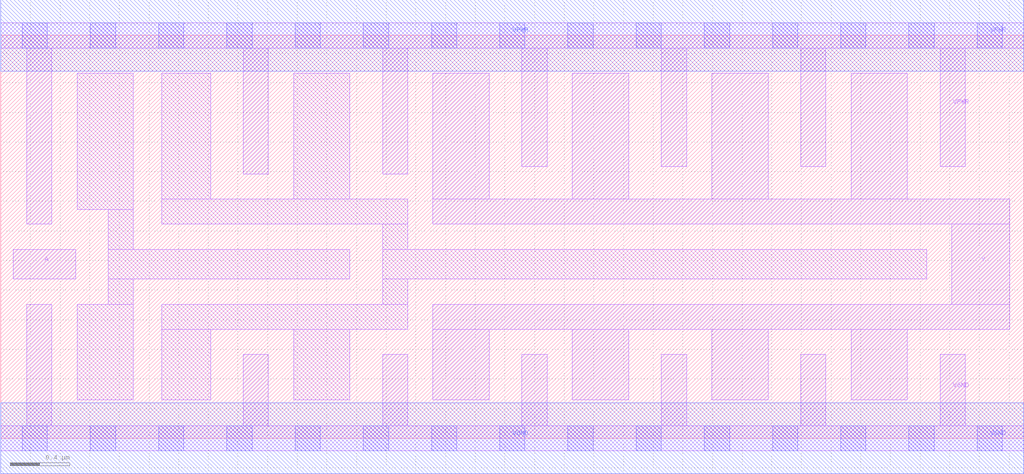
<source format=lef>
# Copyright 2020 The SkyWater PDK Authors
#
# Licensed under the Apache License, Version 2.0 (the "License");
# you may not use this file except in compliance with the License.
# You may obtain a copy of the License at
#
#     https://www.apache.org/licenses/LICENSE-2.0
#
# Unless required by applicable law or agreed to in writing, software
# distributed under the License is distributed on an "AS IS" BASIS,
# WITHOUT WARRANTIES OR CONDITIONS OF ANY KIND, either express or implied.
# See the License for the specific language governing permissions and
# limitations under the License.
#
# SPDX-License-Identifier: Apache-2.0

VERSION 5.7 ;
  NAMESCASESENSITIVE ON ;
  NOWIREEXTENSIONATPIN ON ;
  DIVIDERCHAR "/" ;
  BUSBITCHARS "[]" ;
UNITS
  DATABASE MICRONS 200 ;
END UNITS
PROPERTYDEFINITIONS
  MACRO maskLayoutSubType STRING ;
  MACRO prCellType STRING ;
  MACRO originalViewName STRING ;
END PROPERTYDEFINITIONS
MACRO sky130_fd_sc_hdll__bufinv_8
  CLASS CORE ;
  FOREIGN sky130_fd_sc_hdll__bufinv_8 ;
  ORIGIN  0.000000  0.000000 ;
  SIZE  6.900000 BY  2.720000 ;
  SYMMETRY X Y R90 ;
  SITE unithd ;
  PIN A
    ANTENNAGATEAREA  0.277500 ;
    DIRECTION INPUT ;
    USE SIGNAL ;
    PORT
      LAYER li1 ;
        RECT 0.085000 1.075000 0.505000 1.275000 ;
    END
  END A
  PIN VGND
    ANTENNADIFFAREA  1.378000 ;
    DIRECTION INOUT ;
    USE SIGNAL ;
    PORT
      LAYER li1 ;
        RECT 0.000000 -0.085000 6.900000 0.085000 ;
        RECT 0.175000  0.085000 0.345000 0.905000 ;
        RECT 1.635000  0.085000 1.805000 0.565000 ;
        RECT 2.575000  0.085000 2.745000 0.565000 ;
        RECT 3.515000  0.085000 3.685000 0.565000 ;
        RECT 4.455000  0.085000 4.625000 0.565000 ;
        RECT 5.395000  0.085000 5.565000 0.565000 ;
        RECT 6.335000  0.085000 6.505000 0.565000 ;
      LAYER mcon ;
        RECT 0.145000 -0.085000 0.315000 0.085000 ;
        RECT 0.605000 -0.085000 0.775000 0.085000 ;
        RECT 1.065000 -0.085000 1.235000 0.085000 ;
        RECT 1.525000 -0.085000 1.695000 0.085000 ;
        RECT 1.985000 -0.085000 2.155000 0.085000 ;
        RECT 2.445000 -0.085000 2.615000 0.085000 ;
        RECT 2.905000 -0.085000 3.075000 0.085000 ;
        RECT 3.365000 -0.085000 3.535000 0.085000 ;
        RECT 3.825000 -0.085000 3.995000 0.085000 ;
        RECT 4.285000 -0.085000 4.455000 0.085000 ;
        RECT 4.745000 -0.085000 4.915000 0.085000 ;
        RECT 5.205000 -0.085000 5.375000 0.085000 ;
        RECT 5.665000 -0.085000 5.835000 0.085000 ;
        RECT 6.125000 -0.085000 6.295000 0.085000 ;
        RECT 6.585000 -0.085000 6.755000 0.085000 ;
      LAYER met1 ;
        RECT 0.000000 -0.240000 6.900000 0.240000 ;
    END
  END VGND
  PIN VPWR
    ANTENNADIFFAREA  1.990000 ;
    DIRECTION INOUT ;
    USE SIGNAL ;
    PORT
      LAYER li1 ;
        RECT 0.000000 2.635000 6.900000 2.805000 ;
        RECT 0.175000 1.445000 0.345000 2.635000 ;
        RECT 1.635000 1.785000 1.805000 2.635000 ;
        RECT 2.575000 1.785000 2.745000 2.635000 ;
        RECT 3.515000 1.835000 3.685000 2.635000 ;
        RECT 4.455000 1.835000 4.625000 2.635000 ;
        RECT 5.395000 1.835000 5.565000 2.635000 ;
        RECT 6.335000 1.835000 6.505000 2.635000 ;
      LAYER mcon ;
        RECT 0.145000 2.635000 0.315000 2.805000 ;
        RECT 0.605000 2.635000 0.775000 2.805000 ;
        RECT 1.065000 2.635000 1.235000 2.805000 ;
        RECT 1.525000 2.635000 1.695000 2.805000 ;
        RECT 1.985000 2.635000 2.155000 2.805000 ;
        RECT 2.445000 2.635000 2.615000 2.805000 ;
        RECT 2.905000 2.635000 3.075000 2.805000 ;
        RECT 3.365000 2.635000 3.535000 2.805000 ;
        RECT 3.825000 2.635000 3.995000 2.805000 ;
        RECT 4.285000 2.635000 4.455000 2.805000 ;
        RECT 4.745000 2.635000 4.915000 2.805000 ;
        RECT 5.205000 2.635000 5.375000 2.805000 ;
        RECT 5.665000 2.635000 5.835000 2.805000 ;
        RECT 6.125000 2.635000 6.295000 2.805000 ;
        RECT 6.585000 2.635000 6.755000 2.805000 ;
      LAYER met1 ;
        RECT 0.000000 2.480000 6.900000 2.960000 ;
    END
  END VPWR
  PIN Y
    ANTENNADIFFAREA  2.024500 ;
    DIRECTION OUTPUT ;
    USE SIGNAL ;
    PORT
      LAYER li1 ;
        RECT 2.915000 0.260000 3.295000 0.735000 ;
        RECT 2.915000 0.735000 6.805000 0.905000 ;
        RECT 2.915000 1.445000 6.805000 1.615000 ;
        RECT 2.915000 1.615000 3.295000 2.465000 ;
        RECT 3.855000 0.260000 4.235000 0.735000 ;
        RECT 3.855000 1.615000 4.235000 2.465000 ;
        RECT 4.795000 0.260000 5.175000 0.735000 ;
        RECT 4.795000 1.615000 5.175000 2.465000 ;
        RECT 5.735000 0.260000 6.115000 0.735000 ;
        RECT 5.735000 1.615000 6.115000 2.465000 ;
        RECT 6.415000 0.905000 6.805000 1.445000 ;
    END
  END Y
  OBS
    LAYER li1 ;
      RECT 0.515000 0.260000 0.895000 0.905000 ;
      RECT 0.515000 1.545000 0.895000 2.465000 ;
      RECT 0.725000 0.905000 0.895000 1.075000 ;
      RECT 0.725000 1.075000 2.355000 1.275000 ;
      RECT 0.725000 1.275000 0.895000 1.545000 ;
      RECT 1.085000 0.260000 1.415000 0.735000 ;
      RECT 1.085000 0.735000 2.745000 0.905000 ;
      RECT 1.085000 1.445000 2.745000 1.615000 ;
      RECT 1.085000 1.615000 1.415000 2.465000 ;
      RECT 1.975000 0.260000 2.355000 0.735000 ;
      RECT 1.975000 1.615000 2.355000 2.465000 ;
      RECT 2.575000 0.905000 2.745000 1.075000 ;
      RECT 2.575000 1.075000 6.245000 1.275000 ;
      RECT 2.575000 1.275000 2.745000 1.445000 ;
  END
  PROPERTY maskLayoutSubType "abstract" ;
  PROPERTY prCellType "standard" ;
  PROPERTY originalViewName "layout" ;
END sky130_fd_sc_hdll__bufinv_8

</source>
